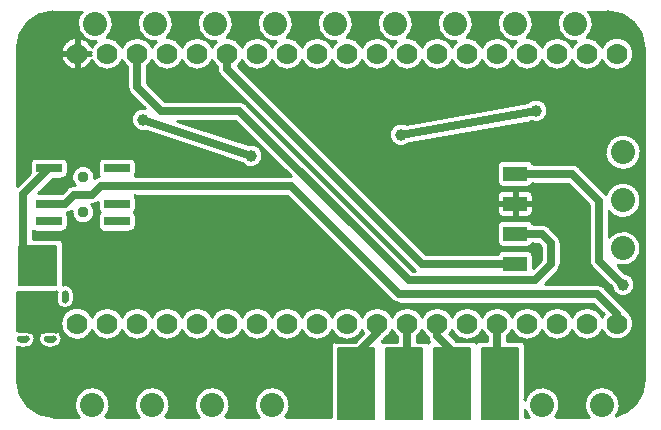
<source format=gtl>
G04 Generated by Ultiboard 12.0 *
%FSLAX25Y25*%
%MOIN*%

%ADD10C,0.00001*%
%ADD11C,0.00500*%
%ADD12C,0.01000*%
%ADD13C,0.00005*%
%ADD14C,0.02500*%
%ADD15C,0.08000*%
%ADD16C,0.07000*%
%ADD17R,0.08000X0.05000*%
%ADD18C,0.03701*%
%ADD19R,0.08661X0.02953*%
%ADD20C,0.03937*%


G04 ColorRGB 00FF00 for the following layer *
%LNCopper Top*%
%LPD*%
G54D10*
G36*
X162142Y56266D02*
X162142Y56266D01*
X138353Y56266D01*
X75694Y118925D01*
G74*
D01*
G03X77000Y120709I3694J4075*
G01*
G75*
D01*
G03X87000Y120709I5000J2289*
G01*
G75*
D01*
G03X97000Y120709I5000J2289*
G01*
G75*
D01*
G03X107000Y120709I5000J2289*
G01*
G75*
D01*
G03X117000Y120709I5000J2289*
G01*
G75*
D01*
G03X127000Y120709I5000J2289*
G01*
G75*
D01*
G03X137000Y120709I5000J2289*
G01*
G75*
D01*
G03X147000Y120709I5000J2289*
G01*
G75*
D01*
G03X157000Y120709I5000J2289*
G01*
G75*
D01*
G03X167000Y120709I5000J2289*
G01*
G75*
D01*
G03X177000Y120709I5000J2289*
G01*
G75*
D01*
G03X187000Y120709I5000J2289*
G01*
G75*
D01*
G03X197000Y120709I5000J2289*
G01*
G75*
D01*
G03X197000Y125291I4999J2291*
G01*
G75*
D01*
G03X191969Y128500I-5000J-2290*
G01*
G75*
D01*
G03X192481Y136990I-3969J4500*
G01*
X192481Y136990D01*
X198843Y136990D01*
G75*
D01*
G03X198964Y136987I110J2010*
G01*
G74*
D01*
G02X210987Y124964I0J12023*
G01*
G75*
D01*
G03X210990Y124843I2013J-11*
G01*
X210990Y124843D01*
X210990Y14157D01*
G74*
D01*
G03X210987Y14036I2010J110*
G01*
G75*
D01*
G02X201756Y2342I-12023J0*
G01*
G75*
D01*
G03X192519Y2010I-4756J3658*
G01*
X192519Y2010D01*
X181481Y2010D01*
G75*
D01*
G03X171250Y7714I-4483J3986*
G01*
X171250Y7714D01*
X171250Y25951D01*
G74*
D01*
G03X169951Y27250I1299J0*
G01*
X169951Y27250D01*
X165266Y27250D01*
X165266Y28574D01*
G74*
D01*
G03X167000Y30709I3267J4425*
G01*
G75*
D01*
G03X177000Y30709I5000J2289*
G01*
G75*
D01*
G03X187000Y30709I5000J2289*
G01*
G75*
D01*
G03X197000Y30709I5000J2289*
G01*
G75*
D01*
G03X204956Y37638I4998J2293*
G01*
G74*
D01*
G03X204306Y38562I2955J1388*
G01*
X204306Y38562D01*
X197562Y45306D01*
G74*
D01*
G03X195250Y46266I2312J2305*
G01*
X195250Y46266D01*
X177884Y46266D01*
X182306Y50688D01*
G75*
D01*
G03X183266Y53000I-2305J2312*
G01*
X183266Y53000D01*
X183266Y60000D01*
G74*
D01*
G03X182306Y62312I3266J1*
G01*
X182306Y62312D01*
X179312Y65306D01*
G74*
D01*
G03X177000Y66266I2312J2305*
G01*
X177000Y66266D01*
X173858Y66266D01*
G74*
D01*
G03X172000Y67510I1858J765*
G01*
X172000Y67510D01*
X164000Y67510D01*
G75*
D01*
G03X161990Y65500I0J-2010*
G01*
X161990Y65500D01*
X161990Y60500D01*
G75*
D01*
G03X164000Y58490I2010J0*
G01*
X164000Y58490D01*
X172000Y58490D01*
G74*
D01*
G03X173858Y59734I0J2010*
G01*
X173858Y59734D01*
X175647Y59734D01*
X176734Y58647D01*
X176734Y54353D01*
X174010Y51628D01*
X174010Y55500D01*
G74*
D01*
G03X172000Y57510I2010J0*
G01*
X172000Y57510D01*
X164000Y57510D01*
G75*
D01*
G03X162142Y56266I0J-2010*
G01*
D02*
G37*
%LPC*%
G36*
X198281Y92070D02*
G75*
D01*
G03X198281Y92070I5676J-1947*
G01*
D02*
G37*
G36*
X132792Y93179D02*
X132792Y93179D01*
X173352Y100390D01*
G75*
D01*
G03X172208Y106821I1647J3610*
G01*
X172208Y106821D01*
X131648Y99610D01*
G75*
D01*
G03X132792Y93179I-1647J-3610*
G01*
D02*
G37*
G36*
X192734Y54005D02*
G75*
D01*
G03X193691Y51691I3266J-4*
G01*
X193691Y51691D01*
X200096Y45285D01*
G75*
D01*
G03X204715Y49904I3903J716*
G01*
X204715Y49904D01*
X202247Y52371D01*
G75*
D01*
G03X199266Y61864I1709J5751*
G01*
X199266Y61864D01*
X199266Y70382D01*
G75*
D01*
G03X198352Y76265I4691J3741*
G01*
G74*
D01*
G03X198306Y76312I2356J2260*
G01*
X198306Y76312D01*
X189312Y85306D01*
G74*
D01*
G03X188182Y86044I2312J2306*
G01*
G75*
D01*
G03X186996Y86266I-1183J-3043*
G01*
X186996Y86266D01*
X173858Y86266D01*
G74*
D01*
G03X172000Y87510I1858J765*
G01*
X172000Y87510D01*
X164000Y87510D01*
G75*
D01*
G03X161990Y85500I0J-2010*
G01*
X161990Y85500D01*
X161990Y80500D01*
G75*
D01*
G03X164000Y78490I2010J0*
G01*
X164000Y78490D01*
X172000Y78490D01*
G74*
D01*
G03X173858Y79734I0J2010*
G01*
X173858Y79734D01*
X185647Y79734D01*
X192734Y72647D01*
X192734Y54005D01*
D02*
G37*
G36*
X161990Y70500D02*
G75*
D01*
G03X164000Y68490I2010J0*
G01*
X164000Y68490D01*
X167500Y68490D01*
X167500Y72500D01*
X161990Y72500D01*
X161990Y70500D01*
D02*
G37*
G36*
X172000Y68490D02*
G75*
D01*
G03X174010Y70500I0J2010*
G01*
X174010Y70500D01*
X174010Y72500D01*
X168500Y72500D01*
X168500Y68490D01*
X172000Y68490D01*
D02*
G37*
G36*
X161990Y75500D02*
X161990Y75500D01*
X161990Y73500D01*
X167500Y73500D01*
X167500Y77510D01*
X164000Y77510D01*
G75*
D01*
G03X161990Y75500I0J-2010*
G01*
D02*
G37*
G36*
X174010Y75500D02*
G74*
D01*
G03X172000Y77510I2010J0*
G01*
X172000Y77510D01*
X168500Y77510D01*
X168500Y73500D01*
X174010Y73500D01*
X174010Y75500D01*
D02*
G37*
%LPD*%
G36*
X82519Y2010D02*
G75*
D01*
G02X91481Y2010I4481J3989*
G01*
X91481Y2010D01*
X106752Y2010D01*
X106752Y25782D01*
G75*
D01*
G02X108051Y27082I1299J1*
G01*
X108051Y27082D01*
X114463Y27082D01*
X117387Y30005D01*
G74*
D01*
G02X117000Y30709I4613J2994*
G01*
G75*
D01*
G02X107000Y30709I-5000J2289*
G01*
G75*
D01*
G02X97000Y30709I-5000J2289*
G01*
G75*
D01*
G02X87000Y30709I-5000J2289*
G01*
G75*
D01*
G02X77000Y30709I-5000J2289*
G01*
G75*
D01*
G02X67000Y30709I-5000J2289*
G01*
G75*
D01*
G02X57000Y30709I-5000J2289*
G01*
G75*
D01*
G02X47000Y30709I-5000J2289*
G01*
G75*
D01*
G02X37000Y30709I-5000J2289*
G01*
G75*
D01*
G02X27000Y30709I-5000J2289*
G01*
G75*
D01*
G02X27000Y35291I-4999J2291*
G01*
G75*
D01*
G02X37000Y35291I5000J-2289*
G01*
G75*
D01*
G02X47000Y35291I5000J-2289*
G01*
G75*
D01*
G02X57000Y35291I5000J-2289*
G01*
G75*
D01*
G02X67000Y35291I5000J-2289*
G01*
G75*
D01*
G02X77000Y35291I5000J-2289*
G01*
G75*
D01*
G02X87000Y35291I5000J-2289*
G01*
G75*
D01*
G02X97000Y35291I5000J-2289*
G01*
G75*
D01*
G02X107000Y35291I5000J-2289*
G01*
G75*
D01*
G02X117000Y35291I5000J-2289*
G01*
G75*
D01*
G02X127000Y35291I5000J-2289*
G01*
G75*
D01*
G02X137000Y35291I5000J-2289*
G01*
G75*
D01*
G02X147000Y35291I5000J-2289*
G01*
G75*
D01*
G02X157000Y35291I5000J-2289*
G01*
G75*
D01*
G02X167000Y35291I5000J-2289*
G01*
G75*
D01*
G02X177000Y35291I5000J-2289*
G01*
G75*
D01*
G02X187000Y35291I5000J-2289*
G01*
G75*
D01*
G02X197000Y35291I5000J-2289*
G01*
G74*
D01*
G02X197487Y36144I5000J2289*
G01*
X197487Y36144D01*
X193897Y39734D01*
X129303Y39734D01*
G75*
D01*
G02X126991Y40691I-2J3266*
G01*
X126991Y40691D01*
X91947Y75734D01*
X41254Y75734D01*
G74*
D01*
G02X41659Y74524I1604J1210*
G01*
X41659Y74524D01*
X41659Y71571D01*
G75*
D01*
G02X41013Y70094I-2009J-1*
G01*
G74*
D01*
G02X41659Y68618I1363J1476*
G01*
X41659Y68618D01*
X41659Y65665D01*
G75*
D01*
G02X39650Y63656I-2009J0*
G01*
X39650Y63656D01*
X30988Y63656D01*
G75*
D01*
G02X28979Y65665I0J2009*
G01*
X28979Y65665D01*
X28979Y68618D01*
G74*
D01*
G02X29625Y70094I2009J0*
G01*
G75*
D01*
G02X28979Y71571I1363J1476*
G01*
X28979Y71571D01*
X28979Y73402D01*
G74*
D01*
G02X27000Y72734I1979J2597*
G01*
X27000Y72734D01*
X26803Y72734D01*
G75*
D01*
G02X20180Y70574I-2803J-2639*
G01*
G74*
D01*
G02X18614Y69831I2132J2473*
G01*
G74*
D01*
G02X19021Y68618I1602J1212*
G01*
X19021Y68618D01*
X19021Y65665D01*
G75*
D01*
G02X17012Y63656I-2009J0*
G01*
X17012Y63656D01*
X8350Y63656D01*
G75*
D01*
G02X7266Y63974I1J2009*
G01*
X7266Y63974D01*
X7266Y61250D01*
X15951Y61250D01*
G74*
D01*
G02X17250Y59951I0J1299*
G01*
X17250Y59951D01*
X17250Y45907D01*
G75*
D01*
G02X21003Y43000I751J-2907*
G01*
X21003Y43000D01*
X21003Y41000D01*
G75*
D01*
G02X14998Y41000I-3003J0*
G01*
X14998Y41000D01*
X14998Y43000D01*
G74*
D01*
G02X15093Y43750I3002J1*
G01*
X15093Y43750D01*
X2010Y43750D01*
X2010Y30834D01*
G75*
D01*
G02X3000Y31003I993J-2832*
G01*
X3000Y31003D01*
X5000Y31003D01*
G75*
D01*
G02X5000Y24998I0J-3003*
G01*
X5000Y24998D01*
X3000Y24998D01*
G75*
D01*
G02X2010Y25166I0J3002*
G01*
X2010Y25166D01*
X2010Y14157D01*
G74*
D01*
G02X2013Y14036I2010J110*
G01*
G75*
D01*
G03X14036Y2013I12023J0*
G01*
G74*
D01*
G02X14157Y2010I11J2013*
G01*
X14157Y2010D01*
X22519Y2010D01*
G75*
D01*
G02X31481Y2010I4481J3989*
G01*
X31481Y2010D01*
X42519Y2010D01*
G75*
D01*
G02X51481Y2010I4481J3989*
G01*
X51481Y2010D01*
X62519Y2010D01*
G75*
D01*
G02X71481Y2010I4481J3989*
G01*
X71481Y2010D01*
X82519Y2010D01*
D02*
G37*
%LPC*%
G36*
X8998Y28000D02*
G75*
D01*
G02X12000Y31003I3002J1*
G01*
X12000Y31003D01*
X14000Y31003D01*
G74*
D01*
G02X17003Y28000I0J3003*
G01*
G75*
D01*
G02X14000Y24998I-3003J1*
G01*
X14000Y24998D01*
X12000Y24998D01*
G75*
D01*
G02X8998Y28000I0J3002*
G01*
D02*
G37*
%LPD*%
G36*
X69691Y115691D02*
X69691Y115691D01*
X93312Y92070D01*
X134666Y50716D01*
X133903Y50716D01*
X92549Y92070D01*
X92549Y92070D01*
X78312Y106306D01*
G74*
D01*
G03X76603Y107210I2313J2305*
G01*
G75*
D01*
G03X75998Y107266I-602J-3210*
G01*
X75998Y107266D01*
X51353Y107266D01*
X45266Y113353D01*
X45266Y118574D01*
G74*
D01*
G03X47000Y120709I3267J4425*
G01*
G75*
D01*
G03X57000Y120709I5000J2289*
G01*
G75*
D01*
G03X67000Y120709I5000J2289*
G01*
G74*
D01*
G03X68734Y118574I5000J2289*
G01*
X68734Y118574D01*
X68734Y118005D01*
G75*
D01*
G03X69691Y115691I3266J-4*
G01*
D02*
G37*
G36*
X41321Y82266D02*
X41321Y82266D01*
X93116Y82266D01*
X74647Y100734D01*
X55124Y100734D01*
X78894Y92811D01*
G75*
D01*
G02X76828Y86615I1105J-3811*
G01*
X76828Y86615D01*
X55345Y93776D01*
X45106Y97189D01*
G75*
D01*
G02X44437Y104944I-1105J3811*
G01*
X44437Y104944D01*
X39691Y109691D01*
G75*
D01*
G02X38734Y112005I2308J2309*
G01*
X38734Y112005D01*
X38734Y118574D01*
G74*
D01*
G02X37000Y120709I3267J4425*
G01*
G75*
D01*
G02X27000Y120709I-5000J2289*
G01*
G74*
D01*
G02X22500Y117523I4999J2290*
G01*
X22500Y117523D01*
X22500Y120960D01*
G75*
D01*
G02X21500Y120960I-500J2040*
G01*
X21500Y120960D01*
X21500Y117523D01*
G74*
D01*
G02X16523Y122500I499J5476*
G01*
X16523Y122500D01*
X19960Y122500D01*
G75*
D01*
G02X19960Y123500I2040J500*
G01*
X19960Y123500D01*
X16523Y123500D01*
G74*
D01*
G02X21500Y128477I5476J499*
G01*
X21500Y128477D01*
X21500Y125040D01*
G75*
D01*
G02X22500Y125040I500J-2040*
G01*
X22500Y125040D01*
X22500Y128477D01*
G74*
D01*
G02X27000Y125291I499J5476*
G01*
G74*
D01*
G02X28230Y127004I4999J2291*
G01*
G75*
D01*
G02X23519Y136990I-230J5996*
G01*
X23519Y136990D01*
X14157Y136990D01*
G74*
D01*
G02X14036Y136987I110J2010*
G01*
G75*
D01*
G03X2013Y124964I0J-12023*
G01*
G75*
D01*
G02X2010Y124843I-2013J-11*
G01*
X2010Y124843D01*
X2010Y78805D01*
X6354Y83150D01*
G75*
D01*
G02X6341Y83382I1996J228*
G01*
X6341Y83382D01*
X6341Y86335D01*
G75*
D01*
G02X8350Y88344I2009J0*
G01*
X8350Y88344D01*
X17012Y88344D01*
G74*
D01*
G02X19021Y86335I0J2009*
G01*
X19021Y86335D01*
X19021Y83382D01*
G75*
D01*
G02X17012Y81372I-2009J-1*
G01*
X17012Y81372D01*
X13813Y81372D01*
X8975Y76533D01*
X16915Y76533D01*
X18691Y78309D01*
G75*
D01*
G02X21004Y79266I2309J-2308*
G01*
X21004Y79266D01*
X21197Y79266D01*
G75*
D01*
G02X27821Y81433I2803J2639*
G01*
G74*
D01*
G02X29361Y82203I2179J2433*
G01*
G75*
D01*
G02X28979Y83382I1627J1179*
G01*
X28979Y83382D01*
X28979Y86335D01*
G75*
D01*
G02X30988Y88344I2009J0*
G01*
X30988Y88344D01*
X39650Y88344D01*
G74*
D01*
G02X41659Y86335I0J2009*
G01*
X41659Y86335D01*
X41659Y83382D01*
G75*
D01*
G02X41321Y82266I-2009J-1*
G01*
D02*
G37*
G36*
X153000Y1256D02*
X153000Y1256D01*
X141000Y1256D01*
X141000Y25000D01*
X153000Y25000D01*
X153000Y1256D01*
D02*
G37*
G36*
X169000Y1256D02*
X169000Y1256D01*
X157000Y1256D01*
X157000Y25000D01*
X169000Y25000D01*
X169000Y1256D01*
D02*
G37*
G36*
X121002Y1256D02*
X121002Y1256D01*
X109002Y1256D01*
X109002Y24832D01*
X121002Y24832D01*
X121002Y1256D01*
D02*
G37*
G36*
X137000Y1256D02*
X137000Y1256D01*
X125002Y1256D01*
X125002Y24832D01*
X137000Y24832D01*
X137000Y1256D01*
D02*
G37*
G36*
X137000Y125291D02*
G75*
D01*
G02X147000Y125291I5000J-2289*
G01*
G74*
D01*
G02X148230Y127004I4999J2291*
G01*
G75*
D01*
G02X143519Y136990I-230J5996*
G01*
X143519Y136990D01*
X132481Y136990D01*
G75*
D01*
G02X131969Y128500I-4479J-3990*
G01*
G75*
D01*
G02X137000Y125291I31J-5500*
G01*
D02*
G37*
G36*
X37000Y125291D02*
G75*
D01*
G02X47000Y125291I5000J-2289*
G01*
G74*
D01*
G02X48230Y127004I4999J2291*
G01*
G75*
D01*
G02X43519Y136990I-230J5996*
G01*
X43519Y136990D01*
X32481Y136990D01*
G75*
D01*
G02X31969Y128500I-4479J-3990*
G01*
G75*
D01*
G02X37000Y125291I31J-5500*
G01*
D02*
G37*
G36*
X57000Y125291D02*
G75*
D01*
G02X67000Y125291I5000J-2289*
G01*
G74*
D01*
G02X68230Y127004I4999J2291*
G01*
G75*
D01*
G02X63519Y136990I-230J5996*
G01*
X63519Y136990D01*
X52481Y136990D01*
G75*
D01*
G02X51969Y128500I-4479J-3990*
G01*
G75*
D01*
G02X57000Y125291I31J-5500*
G01*
D02*
G37*
G36*
X77000Y125291D02*
G75*
D01*
G02X87000Y125291I5000J-2289*
G01*
G74*
D01*
G02X88230Y127004I4999J2291*
G01*
G75*
D01*
G02X83519Y136990I-230J5996*
G01*
X83519Y136990D01*
X72481Y136990D01*
G75*
D01*
G02X71969Y128500I-4479J-3990*
G01*
G75*
D01*
G02X77000Y125291I31J-5500*
G01*
D02*
G37*
G36*
X91969Y128500D02*
G75*
D01*
G02X97000Y125291I31J-5500*
G01*
G75*
D01*
G02X107000Y125291I5000J-2289*
G01*
G74*
D01*
G02X108230Y127004I4999J2291*
G01*
G75*
D01*
G02X103519Y136990I-230J5996*
G01*
X103519Y136990D01*
X92481Y136990D01*
G75*
D01*
G02X91969Y128500I-4479J-3990*
G01*
D02*
G37*
G36*
X117000Y125291D02*
G75*
D01*
G02X127000Y125291I5000J-2289*
G01*
G74*
D01*
G02X128230Y127004I4999J2291*
G01*
G75*
D01*
G02X123519Y136990I-230J5996*
G01*
X123519Y136990D01*
X112481Y136990D01*
G75*
D01*
G02X111969Y128500I-4479J-3990*
G01*
G75*
D01*
G02X117000Y125291I31J-5500*
G01*
D02*
G37*
G36*
X157000Y125291D02*
G75*
D01*
G02X167000Y125291I5000J-2289*
G01*
G74*
D01*
G02X168230Y127004I4999J2291*
G01*
G75*
D01*
G02X163519Y136990I-230J5996*
G01*
X163519Y136990D01*
X152481Y136990D01*
G75*
D01*
G02X151969Y128500I-4479J-3990*
G01*
G75*
D01*
G02X157000Y125291I31J-5500*
G01*
D02*
G37*
G36*
X188230Y127004D02*
G75*
D01*
G02X183519Y136990I-230J5996*
G01*
X183519Y136990D01*
X172481Y136990D01*
G75*
D01*
G02X171969Y128500I-4479J-3990*
G01*
G75*
D01*
G02X177000Y125291I31J-5500*
G01*
G75*
D01*
G02X187000Y125291I5000J-2289*
G01*
G74*
D01*
G02X188230Y127004I4999J2291*
G01*
D02*
G37*
G36*
X2500Y59000D02*
X2500Y59000D01*
X2500Y46000D01*
X15000Y46000D01*
X15000Y59000D01*
X2500Y59000D01*
D02*
G37*
G36*
X10964Y30000D02*
G75*
D01*
G02X12000Y30253I1037J-1999*
G01*
X12000Y30253D01*
X14000Y30253D01*
G74*
D01*
G02X15000Y30018I2J2253*
G01*
X15000Y30018D01*
X15000Y43000D01*
X2500Y43000D01*
X2500Y30196D01*
G75*
D01*
G02X3000Y30253I503J-2195*
G01*
X3000Y30253D01*
X5000Y30253D01*
G74*
D01*
G02X6036Y30000I1J2253*
G01*
X6036Y30000D01*
X10964Y30000D01*
D02*
G37*
G36*
X157000Y30709D02*
G75*
D01*
G02X147000Y30709I-5000J2289*
G01*
G74*
D01*
G02X146186Y29432I5000J2289*
G01*
X146186Y29432D01*
X148368Y27250D01*
X153951Y27250D01*
G74*
D01*
G02X155000Y26717I0J1299*
G01*
G75*
D01*
G02X156049Y27250I1049J-765*
G01*
X156049Y27250D01*
X158734Y27250D01*
X158734Y28574D01*
G74*
D01*
G02X157000Y30709I3267J4425*
G01*
D02*
G37*
G36*
X128734Y28574D02*
G74*
D01*
G02X127000Y30709I3267J4425*
G01*
G74*
D01*
G02X124748Y28236I4999J2291*
G01*
G74*
D01*
G02X124306Y27688I2748J1764*
G01*
X124306Y27688D01*
X123630Y27011D01*
G75*
D01*
G02X124051Y27082I424J-1228*
G01*
X124051Y27082D01*
X128734Y27082D01*
X128734Y28574D01*
D02*
G37*
G36*
X137000Y30709D02*
G74*
D01*
G02X135266Y28574I5000J2289*
G01*
X135266Y28574D01*
X135266Y27082D01*
X137951Y27082D01*
G74*
D01*
G02X138939Y26626I1J1300*
G01*
G74*
D01*
G02X139373Y27060I1110J676*
G01*
G74*
D01*
G02X138765Y28552I2626J1940*
G01*
G74*
D01*
G02X137000Y30709I3234J4447*
G01*
D02*
G37*
G36*
X17000Y43000D02*
X17000Y43000D01*
X17000Y41000D01*
G75*
D01*
G03X18000Y40000I1000J0*
G01*
G75*
D01*
G03X19000Y41000I0J1000*
G01*
X19000Y41000D01*
X19000Y43000D01*
G74*
D01*
G03X18000Y44000I1000J0*
G01*
G75*
D01*
G03X17000Y43000I0J-1000*
G01*
D02*
G37*
G36*
X2000Y28000D02*
G75*
D01*
G03X3000Y27000I1000J0*
G01*
X3000Y27000D01*
X5000Y27000D01*
G75*
D01*
G03X6000Y28000I0J1000*
G01*
G74*
D01*
G03X5000Y29000I1000J0*
G01*
X5000Y29000D01*
X3000Y29000D01*
G75*
D01*
G03X2000Y28000I0J-1000*
G01*
D02*
G37*
G36*
X11000Y28000D02*
G75*
D01*
G03X12000Y27000I1000J0*
G01*
X12000Y27000D01*
X14000Y27000D01*
G75*
D01*
G03X15000Y28000I0J1000*
G01*
G74*
D01*
G03X14000Y29000I1000J0*
G01*
X14000Y29000D01*
X12000Y29000D01*
G75*
D01*
G03X11000Y28000I0J-1000*
G01*
D02*
G37*
G36*
X171250Y4286D02*
X171250Y4286D01*
X171250Y2010D01*
X172519Y2010D01*
G74*
D01*
G02X171250Y4286I4480J3990*
G01*
D02*
G37*
G36*
X26523Y122500D02*
G75*
D01*
G02X26523Y123500I5476J500*
G01*
X26523Y123500D01*
X24040Y123500D01*
G75*
D01*
G02X24040Y122500I-2040J-500*
G01*
X24040Y122500D01*
X26523Y122500D01*
D02*
G37*
G54D11*
X121002Y1256D02*
X109002Y1256D01*
X109002Y24832D01*
X121002Y24832D01*
X121002Y1256D01*
X137000Y1256D02*
X125002Y1256D01*
X125002Y24832D01*
X137000Y24832D01*
X137000Y1256D01*
X153000Y1256D02*
X141000Y1256D01*
X141000Y25000D01*
X153000Y25000D01*
X153000Y1256D01*
X169000Y1256D02*
X157000Y1256D01*
X157000Y25000D01*
X169000Y25000D01*
X169000Y1256D01*
X2500Y59000D02*
X2500Y46000D01*
X15000Y46000D01*
X15000Y59000D01*
X2500Y59000D01*
X10964Y30000D02*
G75*
D01*
G02X12000Y30253I1037J-1999*
G01*
X14000Y30253D01*
G74*
D01*
G02X15000Y30018I2J2253*
G01*
X15000Y43000D01*
X2500Y43000D01*
X2500Y30196D01*
G75*
D01*
G02X3000Y30253I503J-2195*
G01*
X5000Y30253D01*
G74*
D01*
G02X6036Y30000I1J2253*
G01*
X10964Y30000D01*
G54D12*
X8998Y28000D02*
G75*
D01*
G02X12000Y31003I3002J1*
G01*
X14000Y31003D01*
G74*
D01*
G02X17003Y28000I0J3003*
G01*
G75*
D01*
G02X14000Y24998I-3003J1*
G01*
X12000Y24998D01*
G75*
D01*
G02X8998Y28000I0J3002*
G01*
X82519Y2010D02*
G75*
D01*
G02X91481Y2010I4481J3989*
G01*
X106752Y2010D01*
X106752Y25782D01*
G75*
D01*
G02X108051Y27082I1299J1*
G01*
X114463Y27082D01*
X117387Y30005D01*
G74*
D01*
G02X117000Y30709I4613J2994*
G01*
G75*
D01*
G02X107000Y30709I-5000J2289*
G01*
G75*
D01*
G02X97000Y30709I-5000J2289*
G01*
G75*
D01*
G02X87000Y30709I-5000J2289*
G01*
G75*
D01*
G02X77000Y30709I-5000J2289*
G01*
G75*
D01*
G02X67000Y30709I-5000J2289*
G01*
G75*
D01*
G02X57000Y30709I-5000J2289*
G01*
G75*
D01*
G02X47000Y30709I-5000J2289*
G01*
G75*
D01*
G02X37000Y30709I-5000J2289*
G01*
G75*
D01*
G02X27000Y30709I-5000J2289*
G01*
G75*
D01*
G02X27000Y35291I-4999J2291*
G01*
G75*
D01*
G02X37000Y35291I5000J-2289*
G01*
G75*
D01*
G02X47000Y35291I5000J-2289*
G01*
G75*
D01*
G02X57000Y35291I5000J-2289*
G01*
G75*
D01*
G02X67000Y35291I5000J-2289*
G01*
G75*
D01*
G02X77000Y35291I5000J-2289*
G01*
G75*
D01*
G02X87000Y35291I5000J-2289*
G01*
G75*
D01*
G02X97000Y35291I5000J-2289*
G01*
G75*
D01*
G02X107000Y35291I5000J-2289*
G01*
G75*
D01*
G02X117000Y35291I5000J-2289*
G01*
G75*
D01*
G02X127000Y35291I5000J-2289*
G01*
G75*
D01*
G02X137000Y35291I5000J-2289*
G01*
G75*
D01*
G02X147000Y35291I5000J-2289*
G01*
G75*
D01*
G02X157000Y35291I5000J-2289*
G01*
G75*
D01*
G02X167000Y35291I5000J-2289*
G01*
G75*
D01*
G02X177000Y35291I5000J-2289*
G01*
G75*
D01*
G02X187000Y35291I5000J-2289*
G01*
G75*
D01*
G02X197000Y35291I5000J-2289*
G01*
G74*
D01*
G02X197487Y36144I5000J2289*
G01*
X193897Y39734D01*
X129303Y39734D01*
G75*
D01*
G02X126991Y40691I-2J3266*
G01*
X91947Y75734D01*
X41254Y75734D01*
G74*
D01*
G02X41659Y74524I1604J1210*
G01*
X41659Y71571D01*
G75*
D01*
G02X41013Y70094I-2009J-1*
G01*
G74*
D01*
G02X41659Y68618I1363J1476*
G01*
X41659Y65665D01*
G75*
D01*
G02X39650Y63656I-2009J0*
G01*
X30988Y63656D01*
G75*
D01*
G02X28979Y65665I0J2009*
G01*
X28979Y68618D01*
G74*
D01*
G02X29625Y70094I2009J0*
G01*
G75*
D01*
G02X28979Y71571I1363J1476*
G01*
X28979Y73402D01*
G74*
D01*
G02X27000Y72734I1979J2597*
G01*
X26803Y72734D01*
G75*
D01*
G02X20180Y70574I-2803J-2639*
G01*
G74*
D01*
G02X18614Y69831I2132J2473*
G01*
G74*
D01*
G02X19021Y68618I1602J1212*
G01*
X19021Y65665D01*
G75*
D01*
G02X17012Y63656I-2009J0*
G01*
X8350Y63656D01*
G75*
D01*
G02X7266Y63974I1J2009*
G01*
X7266Y61250D01*
X15951Y61250D01*
G74*
D01*
G02X17250Y59951I0J1299*
G01*
X17250Y45907D01*
G75*
D01*
G02X21003Y43000I751J-2907*
G01*
X21003Y41000D01*
G75*
D01*
G02X14998Y41000I-3003J0*
G01*
X14998Y43000D01*
G74*
D01*
G02X15093Y43750I3002J1*
G01*
X2010Y43750D01*
X2010Y30834D01*
G75*
D01*
G02X3000Y31003I993J-2832*
G01*
X5000Y31003D01*
G75*
D01*
G02X5000Y24998I0J-3003*
G01*
X3000Y24998D01*
G75*
D01*
G02X2010Y25166I0J3002*
G01*
X2010Y14157D01*
G74*
D01*
G02X2013Y14036I2010J110*
G01*
G75*
D01*
G03X14036Y2013I12023J0*
G01*
G74*
D01*
G02X14157Y2010I11J2013*
G01*
X22519Y2010D01*
G75*
D01*
G02X31481Y2010I4481J3989*
G01*
X42519Y2010D01*
G75*
D01*
G02X51481Y2010I4481J3989*
G01*
X62519Y2010D01*
G75*
D01*
G02X71481Y2010I4481J3989*
G01*
X82519Y2010D01*
X198281Y92070D02*
G75*
D01*
G03X198281Y92070I5676J-1947*
G01*
X132792Y93179D02*
X173352Y100390D01*
G75*
D01*
G03X172208Y106821I1647J3610*
G01*
X131648Y99610D01*
G75*
D01*
G03X132792Y93179I-1647J-3610*
G01*
X192734Y54005D02*
G75*
D01*
G03X193691Y51691I3266J-4*
G01*
X200096Y45285D01*
G75*
D01*
G03X204715Y49904I3903J716*
G01*
X202247Y52371D01*
G75*
D01*
G03X199266Y61864I1709J5751*
G01*
X199266Y70382D01*
G75*
D01*
G03X198352Y76265I4691J3741*
G01*
G74*
D01*
G03X198306Y76312I2356J2260*
G01*
X189312Y85306D01*
G74*
D01*
G03X188182Y86044I2312J2306*
G01*
G75*
D01*
G03X186996Y86266I-1183J-3043*
G01*
X173858Y86266D01*
G74*
D01*
G03X172000Y87510I1858J765*
G01*
X164000Y87510D01*
G75*
D01*
G03X161990Y85500I0J-2010*
G01*
X161990Y80500D01*
G75*
D01*
G03X164000Y78490I2010J0*
G01*
X172000Y78490D01*
G74*
D01*
G03X173858Y79734I0J2010*
G01*
X185647Y79734D01*
X192734Y72647D01*
X192734Y54005D01*
X161990Y70500D02*
G75*
D01*
G03X164000Y68490I2010J0*
G01*
X167500Y68490D01*
X167500Y72500D01*
X161990Y72500D01*
X161990Y70500D01*
X172000Y68490D02*
G75*
D01*
G03X174010Y70500I0J2010*
G01*
X174010Y72500D01*
X168500Y72500D01*
X168500Y68490D01*
X172000Y68490D01*
X161990Y75500D02*
X161990Y73500D01*
X167500Y73500D01*
X167500Y77510D01*
X164000Y77510D01*
G75*
D01*
G03X161990Y75500I0J-2010*
G01*
X174010Y75500D02*
G74*
D01*
G03X172000Y77510I2010J0*
G01*
X168500Y77510D01*
X168500Y73500D01*
X174010Y73500D01*
X174010Y75500D01*
X162142Y56266D02*
X138353Y56266D01*
X75694Y118925D01*
G74*
D01*
G03X77000Y120709I3694J4075*
G01*
G75*
D01*
G03X87000Y120709I5000J2289*
G01*
G75*
D01*
G03X97000Y120709I5000J2289*
G01*
G75*
D01*
G03X107000Y120709I5000J2289*
G01*
G75*
D01*
G03X117000Y120709I5000J2289*
G01*
G75*
D01*
G03X127000Y120709I5000J2289*
G01*
G75*
D01*
G03X137000Y120709I5000J2289*
G01*
G75*
D01*
G03X147000Y120709I5000J2289*
G01*
G75*
D01*
G03X157000Y120709I5000J2289*
G01*
G75*
D01*
G03X167000Y120709I5000J2289*
G01*
G75*
D01*
G03X177000Y120709I5000J2289*
G01*
G75*
D01*
G03X187000Y120709I5000J2289*
G01*
G75*
D01*
G03X197000Y120709I5000J2289*
G01*
G75*
D01*
G03X197000Y125291I4999J2291*
G01*
G75*
D01*
G03X191969Y128500I-5000J-2290*
G01*
G75*
D01*
G03X192481Y136990I-3969J4500*
G01*
X198843Y136990D01*
G75*
D01*
G03X198964Y136987I110J2010*
G01*
G74*
D01*
G02X210987Y124964I0J12023*
G01*
G75*
D01*
G03X210990Y124843I2013J-11*
G01*
X210990Y14157D01*
G74*
D01*
G03X210987Y14036I2010J110*
G01*
G75*
D01*
G02X201756Y2342I-12023J0*
G01*
G75*
D01*
G03X192519Y2010I-4756J3658*
G01*
X181481Y2010D01*
G75*
D01*
G03X171250Y7714I-4483J3986*
G01*
X171250Y25951D01*
G74*
D01*
G03X169951Y27250I1299J0*
G01*
X165266Y27250D01*
X165266Y28574D01*
G74*
D01*
G03X167000Y30709I3267J4425*
G01*
G75*
D01*
G03X177000Y30709I5000J2289*
G01*
G75*
D01*
G03X187000Y30709I5000J2289*
G01*
G75*
D01*
G03X197000Y30709I5000J2289*
G01*
G75*
D01*
G03X204956Y37638I4998J2293*
G01*
G74*
D01*
G03X204306Y38562I2955J1388*
G01*
X197562Y45306D01*
G74*
D01*
G03X195250Y46266I2312J2305*
G01*
X177884Y46266D01*
X182306Y50688D01*
G75*
D01*
G03X183266Y53000I-2305J2312*
G01*
X183266Y60000D01*
G74*
D01*
G03X182306Y62312I3266J1*
G01*
X179312Y65306D01*
G74*
D01*
G03X177000Y66266I2312J2305*
G01*
X173858Y66266D01*
G74*
D01*
G03X172000Y67510I1858J765*
G01*
X164000Y67510D01*
G75*
D01*
G03X161990Y65500I0J-2010*
G01*
X161990Y60500D01*
G75*
D01*
G03X164000Y58490I2010J0*
G01*
X172000Y58490D01*
G74*
D01*
G03X173858Y59734I0J2010*
G01*
X175647Y59734D01*
X176734Y58647D01*
X176734Y54353D01*
X174010Y51628D01*
X174010Y55500D01*
G74*
D01*
G03X172000Y57510I2010J0*
G01*
X164000Y57510D01*
G75*
D01*
G03X162142Y56266I0J-2010*
G01*
X171250Y4286D02*
X171250Y2010D01*
X172519Y2010D01*
G74*
D01*
G02X171250Y4286I4480J3990*
G01*
X128734Y28574D02*
G74*
D01*
G02X127000Y30709I3267J4425*
G01*
G74*
D01*
G02X124748Y28236I4999J2291*
G01*
G74*
D01*
G02X124306Y27688I2748J1764*
G01*
X123630Y27011D01*
G75*
D01*
G02X124051Y27082I424J-1228*
G01*
X128734Y27082D01*
X128734Y28574D01*
X137000Y30709D02*
G74*
D01*
G02X135266Y28574I5000J2289*
G01*
X135266Y27082D01*
X137951Y27082D01*
G74*
D01*
G02X138939Y26626I1J1300*
G01*
G74*
D01*
G02X139373Y27060I1110J676*
G01*
G74*
D01*
G02X138765Y28552I2626J1940*
G01*
G74*
D01*
G02X137000Y30709I3234J4447*
G01*
X157000Y30709D02*
G75*
D01*
G02X147000Y30709I-5000J2289*
G01*
G74*
D01*
G02X146186Y29432I5000J2289*
G01*
X148368Y27250D01*
X153951Y27250D01*
G74*
D01*
G02X155000Y26717I0J1299*
G01*
G75*
D01*
G02X156049Y27250I1049J-765*
G01*
X158734Y27250D01*
X158734Y28574D01*
G74*
D01*
G02X157000Y30709I3267J4425*
G01*
X69691Y115691D02*
X93312Y92070D01*
X134666Y50716D01*
X133903Y50716D01*
X92549Y92070D01*
X92549Y92070D01*
X78312Y106306D01*
G74*
D01*
G03X76603Y107210I2313J2305*
G01*
G75*
D01*
G03X75998Y107266I-602J-3210*
G01*
X51353Y107266D01*
X45266Y113353D01*
X45266Y118574D01*
G74*
D01*
G03X47000Y120709I3267J4425*
G01*
G75*
D01*
G03X57000Y120709I5000J2289*
G01*
G75*
D01*
G03X67000Y120709I5000J2289*
G01*
G74*
D01*
G03X68734Y118574I5000J2289*
G01*
X68734Y118005D01*
G75*
D01*
G03X69691Y115691I3266J-4*
G01*
X41321Y82266D02*
X93116Y82266D01*
X74647Y100734D01*
X55124Y100734D01*
X78894Y92811D01*
G75*
D01*
G02X76828Y86615I1105J-3811*
G01*
X55345Y93776D01*
X45106Y97189D01*
G75*
D01*
G02X44437Y104944I-1105J3811*
G01*
X39691Y109691D01*
G75*
D01*
G02X38734Y112005I2308J2309*
G01*
X38734Y118574D01*
G74*
D01*
G02X37000Y120709I3267J4425*
G01*
G75*
D01*
G02X27000Y120709I-5000J2289*
G01*
G74*
D01*
G02X22500Y117523I4999J2290*
G01*
X22500Y120960D01*
G75*
D01*
G02X21500Y120960I-500J2040*
G01*
X21500Y117523D01*
G74*
D01*
G02X16523Y122500I499J5476*
G01*
X19960Y122500D01*
G75*
D01*
G02X19960Y123500I2040J500*
G01*
X16523Y123500D01*
G74*
D01*
G02X21500Y128477I5476J499*
G01*
X21500Y125040D01*
G75*
D01*
G02X22500Y125040I500J-2040*
G01*
X22500Y128477D01*
G74*
D01*
G02X27000Y125291I499J5476*
G01*
G74*
D01*
G02X28230Y127004I4999J2291*
G01*
G75*
D01*
G02X23519Y136990I-230J5996*
G01*
X14157Y136990D01*
G74*
D01*
G02X14036Y136987I110J2010*
G01*
G75*
D01*
G03X2013Y124964I0J-12023*
G01*
G75*
D01*
G02X2010Y124843I-2013J-11*
G01*
X2010Y78805D01*
X6354Y83150D01*
G75*
D01*
G02X6341Y83382I1996J228*
G01*
X6341Y86335D01*
G75*
D01*
G02X8350Y88344I2009J0*
G01*
X17012Y88344D01*
G74*
D01*
G02X19021Y86335I0J2009*
G01*
X19021Y83382D01*
G75*
D01*
G02X17012Y81372I-2009J-1*
G01*
X13813Y81372D01*
X8975Y76533D01*
X16915Y76533D01*
X18691Y78309D01*
G75*
D01*
G02X21004Y79266I2309J-2308*
G01*
X21197Y79266D01*
G75*
D01*
G02X27821Y81433I2803J2639*
G01*
G74*
D01*
G02X29361Y82203I2179J2433*
G01*
G75*
D01*
G02X28979Y83382I1627J1179*
G01*
X28979Y86335D01*
G75*
D01*
G02X30988Y88344I2009J0*
G01*
X39650Y88344D01*
G74*
D01*
G02X41659Y86335I0J2009*
G01*
X41659Y83382D01*
G75*
D01*
G02X41321Y82266I-2009J-1*
G01*
X26523Y122500D02*
G75*
D01*
G02X26523Y123500I5476J500*
G01*
X24040Y123500D01*
G75*
D01*
G02X24040Y122500I-2040J-500*
G01*
X26523Y122500D01*
X37000Y125291D02*
G75*
D01*
G02X47000Y125291I5000J-2289*
G01*
G74*
D01*
G02X48230Y127004I4999J2291*
G01*
G75*
D01*
G02X43519Y136990I-230J5996*
G01*
X32481Y136990D01*
G75*
D01*
G02X31969Y128500I-4479J-3990*
G01*
G75*
D01*
G02X37000Y125291I31J-5500*
G01*
X57000Y125291D02*
G75*
D01*
G02X67000Y125291I5000J-2289*
G01*
G74*
D01*
G02X68230Y127004I4999J2291*
G01*
G75*
D01*
G02X63519Y136990I-230J5996*
G01*
X52481Y136990D01*
G75*
D01*
G02X51969Y128500I-4479J-3990*
G01*
G75*
D01*
G02X57000Y125291I31J-5500*
G01*
X77000Y125291D02*
G75*
D01*
G02X87000Y125291I5000J-2289*
G01*
G74*
D01*
G02X88230Y127004I4999J2291*
G01*
G75*
D01*
G02X83519Y136990I-230J5996*
G01*
X72481Y136990D01*
G75*
D01*
G02X71969Y128500I-4479J-3990*
G01*
G75*
D01*
G02X77000Y125291I31J-5500*
G01*
X91969Y128500D02*
G75*
D01*
G02X97000Y125291I31J-5500*
G01*
G75*
D01*
G02X107000Y125291I5000J-2289*
G01*
G74*
D01*
G02X108230Y127004I4999J2291*
G01*
G75*
D01*
G02X103519Y136990I-230J5996*
G01*
X92481Y136990D01*
G75*
D01*
G02X91969Y128500I-4479J-3990*
G01*
X117000Y125291D02*
G75*
D01*
G02X127000Y125291I5000J-2289*
G01*
G74*
D01*
G02X128230Y127004I4999J2291*
G01*
G75*
D01*
G02X123519Y136990I-230J5996*
G01*
X112481Y136990D01*
G75*
D01*
G02X111969Y128500I-4479J-3990*
G01*
G75*
D01*
G02X117000Y125291I31J-5500*
G01*
X137000Y125291D02*
G75*
D01*
G02X147000Y125291I5000J-2289*
G01*
G74*
D01*
G02X148230Y127004I4999J2291*
G01*
G75*
D01*
G02X143519Y136990I-230J5996*
G01*
X132481Y136990D01*
G75*
D01*
G02X131969Y128500I-4479J-3990*
G01*
G75*
D01*
G02X137000Y125291I31J-5500*
G01*
X157000Y125291D02*
G75*
D01*
G02X167000Y125291I5000J-2289*
G01*
G74*
D01*
G02X168230Y127004I4999J2291*
G01*
G75*
D01*
G02X163519Y136990I-230J5996*
G01*
X152481Y136990D01*
G75*
D01*
G02X151969Y128500I-4479J-3990*
G01*
G75*
D01*
G02X157000Y125291I31J-5500*
G01*
X188230Y127004D02*
G75*
D01*
G02X183519Y136990I-230J5996*
G01*
X172481Y136990D01*
G75*
D01*
G02X171969Y128500I-4479J-3990*
G01*
G75*
D01*
G02X177000Y125291I31J-5500*
G01*
G75*
D01*
G02X187000Y125291I5000J-2289*
G01*
G74*
D01*
G02X188230Y127004I4999J2291*
G01*
G54D13*
X17000Y43000D02*
X17000Y41000D01*
G75*
D01*
G03X18000Y40000I1000J0*
G01*
G75*
D01*
G03X19000Y41000I0J1000*
G01*
X19000Y43000D01*
G74*
D01*
G03X18000Y44000I1000J0*
G01*
G75*
D01*
G03X17000Y43000I0J-1000*
G01*
X2000Y28000D02*
G75*
D01*
G03X3000Y27000I1000J0*
G01*
X5000Y27000D01*
G75*
D01*
G03X6000Y28000I0J1000*
G01*
G74*
D01*
G03X5000Y29000I1000J0*
G01*
X3000Y29000D01*
G75*
D01*
G03X2000Y28000I0J-1000*
G01*
X11000Y28000D02*
G75*
D01*
G03X12000Y27000I1000J0*
G01*
X14000Y27000D01*
G75*
D01*
G03X15000Y28000I0J1000*
G01*
G74*
D01*
G03X14000Y29000I1000J0*
G01*
X12000Y29000D01*
G75*
D01*
G03X11000Y28000I0J-1000*
G01*
G54D14*
X4000Y58000D02*
X4000Y76177D01*
X12681Y84858D01*
X12681Y73047D02*
X18047Y73047D01*
X21000Y76000D01*
X27000Y76000D01*
X30000Y79000D01*
X195250Y43000D02*
X202000Y36250D01*
X202000Y33000D01*
X204000Y46000D02*
X196000Y54000D01*
X196000Y74000D01*
X187000Y83000D01*
X168000Y83000D01*
X93300Y79000D02*
X129300Y43000D01*
X30000Y79000D02*
X93300Y79000D01*
X129300Y43000D02*
X195250Y43000D01*
X137000Y53000D02*
X72000Y118000D01*
X168000Y53000D02*
X137000Y53000D01*
X72000Y118000D02*
X72000Y123000D01*
X168000Y63000D02*
X177000Y63000D01*
X180000Y60000D01*
X180000Y53000D01*
X76000Y104000D02*
X50000Y104000D01*
X42000Y112000D01*
X42000Y123000D01*
X174450Y47450D02*
X132550Y47450D01*
X76000Y104000D01*
X180000Y53000D02*
X174450Y47450D01*
X162000Y33000D02*
X162000Y22000D01*
X142000Y33000D02*
X142000Y29000D01*
X148000Y23000D01*
X132000Y33000D02*
X132000Y22000D01*
X122000Y33000D02*
X122000Y30000D01*
X114000Y22000D01*
X130000Y96000D02*
X175000Y104000D01*
X44000Y101000D02*
X80000Y89000D01*
G54D15*
X27000Y6000D03*
X47000Y6000D03*
X67000Y6000D03*
X87000Y6000D03*
X177000Y6000D03*
X197000Y6000D03*
X28000Y133000D03*
X48000Y133000D03*
X68000Y133000D03*
X88000Y133000D03*
X108000Y133000D03*
X128000Y133000D03*
X148000Y133000D03*
X168000Y133000D03*
X188000Y133000D03*
X203957Y74123D03*
X163168Y8752D03*
X147168Y8752D03*
X131168Y8752D03*
X115168Y8752D03*
X203957Y90123D03*
X203957Y58123D03*
G54D16*
X202000Y123000D03*
X192000Y123000D03*
X182000Y123000D03*
X172000Y123000D03*
X162000Y123000D03*
X152000Y123000D03*
X142000Y123000D03*
X132000Y123000D03*
X122000Y123000D03*
X112000Y123000D03*
X102000Y123000D03*
X92000Y123000D03*
X82000Y123000D03*
X72000Y123000D03*
X62000Y123000D03*
X52000Y123000D03*
X42000Y123000D03*
X32000Y123000D03*
X22000Y123000D03*
X202000Y33000D03*
X192000Y33000D03*
X182000Y33000D03*
X172000Y33000D03*
X162000Y33000D03*
X152000Y33000D03*
X142000Y33000D03*
X132000Y33000D03*
X122000Y33000D03*
X112000Y33000D03*
X102000Y33000D03*
X92000Y33000D03*
X82000Y33000D03*
X72000Y33000D03*
X62000Y33000D03*
X52000Y33000D03*
X42000Y33000D03*
X32000Y33000D03*
X22000Y33000D03*
G54D17*
X168000Y53000D03*
X168000Y63000D03*
X168000Y73000D03*
X168000Y83000D03*
G54D18*
X24000Y81906D03*
X24000Y70094D03*
X24000Y70094D03*
X24000Y81906D03*
G54D19*
X12681Y67142D03*
X12681Y73047D03*
X35319Y67142D03*
X35319Y73047D03*
X12681Y84858D03*
X35319Y84858D03*
G54D20*
X204000Y46000D03*
X49000Y87000D03*
X49000Y73000D03*
X129000Y73000D03*
X175000Y104000D03*
X130000Y96000D03*
X80000Y89000D03*
X44000Y101000D03*

M00*

</source>
